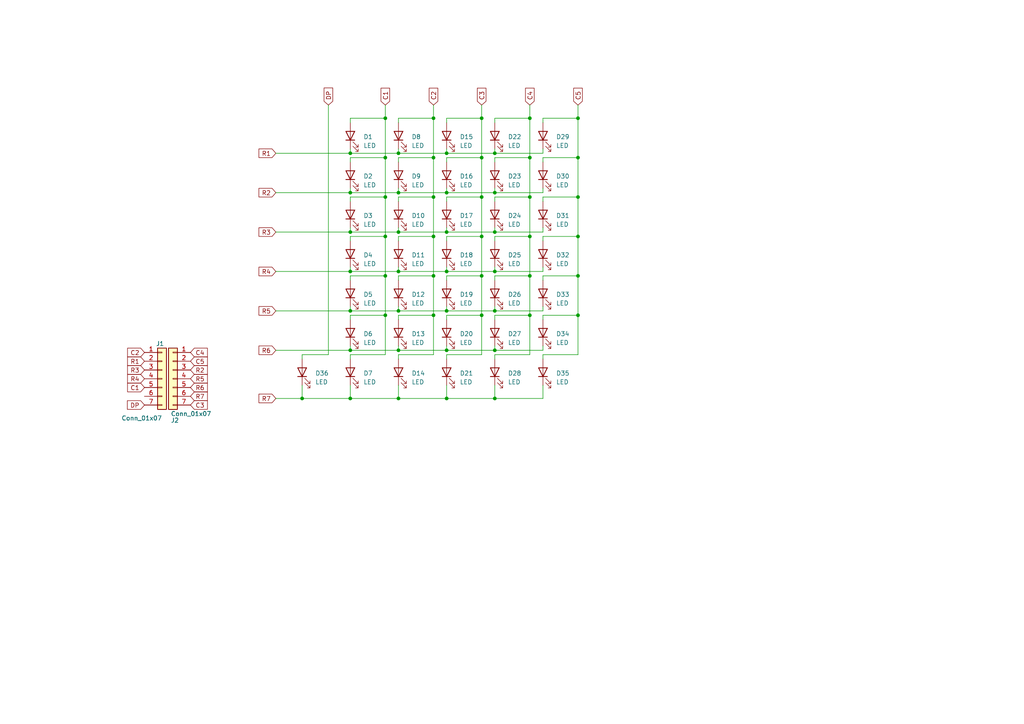
<source format=kicad_sch>
(kicad_sch (version 20230121) (generator eeschema)
  (paper "A4")
  (lib_symbols
    (symbol "Connector_Generic:Conn_01x07" (pin_names (offset 1.016) hide)
      (property "Reference" "J" (at 0 10.16 0))
      (property "Value" "Conn_01x07" (at 0 -10.16 0))
      (symbol "Conn_01x07_1_1"
        (rectangle (start -1.27 -7.493) (end 0 -7.747) (stroke (width 0.1524)))
        (rectangle (start -1.27 -4.953) (end 0 -5.207) (stroke (width 0.1524)))
        (rectangle (start -1.27 -2.413) (end 0 -2.667) (stroke (width 0.1524)))
        (rectangle (start -1.27 0.127) (end 0 -0.127) (stroke (width 0.1524)))
        (rectangle (start -1.27 2.667) (end 0 2.413) (stroke (width 0.1524)))
        (rectangle (start -1.27 5.207) (end 0 4.953) (stroke (width 0.1524)))
        (rectangle (start -1.27 7.747) (end 0 7.493) (stroke (width 0.1524)))
        (rectangle (start -1.27 8.89) (end 1.27 -8.89) (stroke (width 0.254)) (fill (type background)))
        (pin passive line (at -5.08 7.62 0) (length 3.81) (name "Pin_1") (number "1"))
        (pin passive line (at -5.08 5.08 0) (length 3.81) (name "Pin_2") (number "2"))
        (pin passive line (at -5.08 2.54 0) (length 3.81) (name "Pin_3") (number "3"))
        (pin passive line (at -5.08 0 0) (length 3.81) (name "Pin_4") (number "4"))
        (pin passive line (at -5.08 -2.54 0) (length 3.81) (name "Pin_5") (number "5"))
        (pin passive line (at -5.08 -5.08 0) (length 3.81) (name "Pin_6") (number "6"))
        (pin passive line (at -5.08 -7.62 0) (length 3.81) (name "Pin_7") (number "7"))
      )
    )
    (symbol "Device:LED" (pin_numbers hide) (pin_names (offset 1.016) hide)
      (property "Reference" "D" (at 0 2.54 0))
      (property "Value" "LED" (at 0 -2.54 0))
      (symbol "LED_0_1"
        (polyline (pts (xy -1.27 -1.27) (xy -1.27 1.27)) (stroke (width 0.254)))
        (polyline (pts (xy -1.27 0) (xy 1.27 0)))
        (polyline (pts (xy 1.27 -1.27) (xy 1.27 1.27) (xy -1.27 0) (xy 1.27 -1.27)) (stroke (width 0.254)))
        (polyline (pts (xy -3.048 -0.762) (xy -4.572 -2.286) (xy -3.81 -2.286) (xy -4.572 -2.286) (xy -4.572 -1.524)))
        (polyline (pts (xy -1.778 -0.762) (xy -3.302 -2.286) (xy -2.54 -2.286) (xy -3.302 -2.286) (xy -3.302 -1.524)))
      )
      (symbol "LED_1_1"
        (pin passive line (at -3.81 0 0) (length 2.54) (name "K") (number "1"))
        (pin passive line (at 3.81 0 180) (length 2.54) (name "A") (number "2"))
      )
    )
  )
  (junction (at 139.7 91.44))
  (junction (at 143.51 78.74))
  (junction (at 143.51 90.17))
  (junction (at 125.73 68.58))
  (junction (at 153.67 91.44))
  (junction (at 101.6 44.45))
  (junction (at 111.76 34.29))
  (junction (at 115.57 90.17))
  (junction (at 143.51 67.31))
  (junction (at 143.51 44.45))
  (junction (at 153.67 45.72))
  (junction (at 167.64 57.15))
  (junction (at 139.7 34.29))
  (junction (at 143.51 55.88))
  (junction (at 101.6 101.6))
  (junction (at 143.51 115.57))
  (junction (at 101.6 67.31))
  (junction (at 167.64 91.44))
  (junction (at 167.64 68.58))
  (junction (at 125.73 57.15))
  (junction (at 139.7 57.15))
  (junction (at 101.6 115.57))
  (junction (at 143.51 101.6))
  (junction (at 115.57 101.6))
  (junction (at 167.64 34.29))
  (junction (at 139.7 68.58))
  (junction (at 115.57 115.57))
  (junction (at 167.64 80.01))
  (junction (at 153.67 34.29))
  (junction (at 125.73 91.44))
  (junction (at 153.67 57.15))
  (junction (at 101.6 78.74))
  (junction (at 87.63 115.57))
  (junction (at 111.76 68.58))
  (junction (at 129.54 55.88))
  (junction (at 115.57 44.45))
  (junction (at 125.73 34.29))
  (junction (at 129.54 101.6))
  (junction (at 129.54 67.31))
  (junction (at 115.57 67.31))
  (junction (at 129.54 78.74))
  (junction (at 129.54 115.57))
  (junction (at 125.73 45.72))
  (junction (at 153.67 80.01))
  (junction (at 129.54 44.45))
  (junction (at 139.7 80.01))
  (junction (at 129.54 90.17))
  (junction (at 115.57 55.88))
  (junction (at 125.73 80.01))
  (junction (at 153.67 68.58))
  (junction (at 111.76 45.72))
  (junction (at 111.76 91.44))
  (junction (at 115.57 78.74))
  (junction (at 111.76 80.01))
  (junction (at 101.6 90.17))
  (junction (at 111.76 57.15))
  (junction (at 101.6 55.88))
  (junction (at 167.64 45.72))
  (junction (at 139.7 45.72))
  (wire (pts (xy 143.51 77.47) (xy 143.51 78.74)))
  (wire (pts (xy 101.6 69.85) (xy 101.6 68.58)))
  (wire (pts (xy 101.6 100.33) (xy 101.6 101.6)))
  (wire (pts (xy 129.54 101.6) (xy 143.51 101.6)))
  (wire (pts (xy 125.73 30.48) (xy 125.73 34.29)))
  (wire (pts (xy 125.73 34.29) (xy 125.73 45.72)))
  (wire (pts (xy 167.64 45.72) (xy 167.64 34.29)))
  (wire (pts (xy 101.6 77.47) (xy 101.6 78.74)))
  (wire (pts (xy 157.48 35.56) (xy 157.48 34.29)))
  (wire (pts (xy 111.76 45.72) (xy 111.76 57.15)))
  (wire (pts (xy 101.6 68.58) (xy 111.76 68.58)))
  (wire (pts (xy 101.6 44.45) (xy 115.57 44.45)))
  (wire (pts (xy 115.57 68.58) (xy 125.73 68.58)))
  (wire (pts (xy 129.54 54.61) (xy 129.54 55.88)))
  (wire (pts (xy 157.48 78.74) (xy 157.48 77.47)))
  (wire (pts (xy 115.57 102.87) (xy 115.57 104.14)))
  (wire (pts (xy 157.48 102.87) (xy 157.48 104.14)))
  (wire (pts (xy 139.7 30.48) (xy 139.7 34.29)))
  (wire (pts (xy 115.57 43.18) (xy 115.57 44.45)))
  (wire (pts (xy 115.57 88.9) (xy 115.57 90.17)))
  (wire (pts (xy 157.48 46.99) (xy 157.48 45.72)))
  (wire (pts (xy 101.6 34.29) (xy 111.76 34.29)))
  (wire (pts (xy 115.57 67.31) (xy 129.54 67.31)))
  (wire (pts (xy 101.6 115.57) (xy 115.57 115.57)))
  (wire (pts (xy 111.76 30.48) (xy 111.76 34.29)))
  (wire (pts (xy 101.6 43.18) (xy 101.6 44.45)))
  (wire (pts (xy 101.6 67.31) (xy 115.57 67.31)))
  (wire (pts (xy 139.7 68.58) (xy 139.7 80.01)))
  (wire (pts (xy 143.51 111.76) (xy 143.51 115.57)))
  (wire (pts (xy 157.48 58.42) (xy 157.48 57.15)))
  (wire (pts (xy 129.54 69.85) (xy 129.54 68.58)))
  (wire (pts (xy 143.51 115.57) (xy 157.48 115.57)))
  (wire (pts (xy 115.57 92.71) (xy 115.57 91.44)))
  (wire (pts (xy 143.51 78.74) (xy 157.48 78.74)))
  (wire (pts (xy 129.54 92.71) (xy 129.54 91.44)))
  (wire (pts (xy 101.6 102.87) (xy 101.6 104.14)))
  (wire (pts (xy 129.54 81.28) (xy 129.54 80.01)))
  (wire (pts (xy 125.73 91.44) (xy 125.73 102.87)))
  (wire (pts (xy 115.57 91.44) (xy 125.73 91.44)))
  (wire (pts (xy 87.63 115.57) (xy 87.63 111.76)))
  (wire (pts (xy 143.51 68.58) (xy 153.67 68.58)))
  (wire (pts (xy 129.54 43.18) (xy 129.54 44.45)))
  (wire (pts (xy 101.6 91.44) (xy 111.76 91.44)))
  (wire (pts (xy 157.48 101.6) (xy 157.48 100.33)))
  (wire (pts (xy 143.51 44.45) (xy 157.48 44.45)))
  (wire (pts (xy 115.57 57.15) (xy 125.73 57.15)))
  (wire (pts (xy 129.54 46.99) (xy 129.54 45.72)))
  (wire (pts (xy 129.54 80.01) (xy 139.7 80.01)))
  (wire (pts (xy 129.54 88.9) (xy 129.54 90.17)))
  (wire (pts (xy 129.54 67.31) (xy 143.51 67.31)))
  (wire (pts (xy 153.67 91.44) (xy 153.67 102.87)))
  (wire (pts (xy 101.6 35.56) (xy 101.6 34.29)))
  (wire (pts (xy 115.57 90.17) (xy 129.54 90.17)))
  (wire (pts (xy 129.54 102.87) (xy 129.54 104.14)))
  (wire (pts (xy 143.51 69.85) (xy 143.51 68.58)))
  (wire (pts (xy 143.51 45.72) (xy 153.67 45.72)))
  (wire (pts (xy 157.48 92.71) (xy 157.48 91.44)))
  (wire (pts (xy 111.76 102.87) (xy 101.6 102.87)))
  (wire (pts (xy 157.48 57.15) (xy 167.64 57.15)))
  (wire (pts (xy 143.51 43.18) (xy 143.51 44.45)))
  (wire (pts (xy 115.57 44.45) (xy 129.54 44.45)))
  (wire (pts (xy 129.54 115.57) (xy 143.51 115.57)))
  (wire (pts (xy 153.67 45.72) (xy 153.67 57.15)))
  (wire (pts (xy 125.73 80.01) (xy 125.73 91.44)))
  (wire (pts (xy 115.57 66.04) (xy 115.57 67.31)))
  (wire (pts (xy 153.67 80.01) (xy 153.67 91.44)))
  (wire (pts (xy 115.57 115.57) (xy 129.54 115.57)))
  (wire (pts (xy 115.57 80.01) (xy 125.73 80.01)))
  (wire (pts (xy 80.01 90.17) (xy 101.6 90.17)))
  (wire (pts (xy 143.51 101.6) (xy 157.48 101.6)))
  (wire (pts (xy 153.67 68.58) (xy 153.67 80.01)))
  (wire (pts (xy 129.54 55.88) (xy 143.51 55.88)))
  (wire (pts (xy 115.57 46.99) (xy 115.57 45.72)))
  (wire (pts (xy 167.64 68.58) (xy 167.64 57.15)))
  (wire (pts (xy 115.57 34.29) (xy 125.73 34.29)))
  (wire (pts (xy 115.57 69.85) (xy 115.57 68.58)))
  (wire (pts (xy 129.54 68.58) (xy 139.7 68.58)))
  (wire (pts (xy 143.51 91.44) (xy 153.67 91.44)))
  (wire (pts (xy 129.54 66.04) (xy 129.54 67.31)))
  (wire (pts (xy 153.67 30.48) (xy 153.67 34.29)))
  (wire (pts (xy 143.51 35.56) (xy 143.51 34.29)))
  (wire (pts (xy 143.51 100.33) (xy 143.51 101.6)))
  (wire (pts (xy 157.48 44.45) (xy 157.48 43.18)))
  (wire (pts (xy 87.63 115.57) (xy 101.6 115.57)))
  (wire (pts (xy 80.01 55.88) (xy 101.6 55.88)))
  (wire (pts (xy 157.48 90.17) (xy 157.48 88.9)))
  (wire (pts (xy 153.67 57.15) (xy 153.67 68.58)))
  (wire (pts (xy 111.76 80.01) (xy 111.76 91.44)))
  (wire (pts (xy 101.6 90.17) (xy 115.57 90.17)))
  (wire (pts (xy 139.7 57.15) (xy 139.7 68.58)))
  (wire (pts (xy 101.6 55.88) (xy 115.57 55.88)))
  (wire (pts (xy 115.57 55.88) (xy 129.54 55.88)))
  (wire (pts (xy 87.63 102.87) (xy 87.63 104.14)))
  (wire (pts (xy 101.6 58.42) (xy 101.6 57.15)))
  (wire (pts (xy 157.48 69.85) (xy 157.48 68.58)))
  (wire (pts (xy 101.6 88.9) (xy 101.6 90.17)))
  (wire (pts (xy 157.48 45.72) (xy 167.64 45.72)))
  (wire (pts (xy 115.57 35.56) (xy 115.57 34.29)))
  (wire (pts (xy 129.54 91.44) (xy 139.7 91.44)))
  (wire (pts (xy 101.6 54.61) (xy 101.6 55.88)))
  (wire (pts (xy 157.48 102.87) (xy 167.64 102.87)))
  (wire (pts (xy 157.48 81.28) (xy 157.48 80.01)))
  (wire (pts (xy 143.51 81.28) (xy 143.51 80.01)))
  (wire (pts (xy 153.67 34.29) (xy 153.67 45.72)))
  (wire (pts (xy 125.73 45.72) (xy 125.73 57.15)))
  (wire (pts (xy 80.01 78.74) (xy 101.6 78.74)))
  (wire (pts (xy 101.6 111.76) (xy 101.6 115.57)))
  (wire (pts (xy 101.6 92.71) (xy 101.6 91.44)))
  (wire (pts (xy 143.51 54.61) (xy 143.51 55.88)))
  (wire (pts (xy 115.57 77.47) (xy 115.57 78.74)))
  (wire (pts (xy 143.51 58.42) (xy 143.51 57.15)))
  (wire (pts (xy 101.6 57.15) (xy 111.76 57.15)))
  (wire (pts (xy 157.48 91.44) (xy 167.64 91.44)))
  (wire (pts (xy 139.7 34.29) (xy 139.7 45.72)))
  (wire (pts (xy 129.54 35.56) (xy 129.54 34.29)))
  (wire (pts (xy 115.57 54.61) (xy 115.57 55.88)))
  (wire (pts (xy 157.48 55.88) (xy 157.48 54.61)))
  (wire (pts (xy 125.73 68.58) (xy 125.73 80.01)))
  (wire (pts (xy 157.48 80.01) (xy 167.64 80.01)))
  (wire (pts (xy 153.67 102.87) (xy 143.51 102.87)))
  (wire (pts (xy 167.64 91.44) (xy 167.64 80.01)))
  (wire (pts (xy 80.01 101.6) (xy 101.6 101.6)))
  (wire (pts (xy 157.48 111.76) (xy 157.48 115.57)))
  (wire (pts (xy 167.64 34.29) (xy 167.64 30.48)))
  (wire (pts (xy 80.01 67.31) (xy 101.6 67.31)))
  (wire (pts (xy 115.57 111.76) (xy 115.57 115.57)))
  (wire (pts (xy 157.48 34.29) (xy 167.64 34.29)))
  (wire (pts (xy 101.6 46.99) (xy 101.6 45.72)))
  (wire (pts (xy 139.7 102.87) (xy 129.54 102.87)))
  (wire (pts (xy 115.57 58.42) (xy 115.57 57.15)))
  (wire (pts (xy 139.7 45.72) (xy 139.7 57.15)))
  (wire (pts (xy 80.01 44.45) (xy 101.6 44.45)))
  (wire (pts (xy 95.25 30.48) (xy 95.25 102.87)))
  (wire (pts (xy 143.51 66.04) (xy 143.51 67.31)))
  (wire (pts (xy 101.6 101.6) (xy 115.57 101.6)))
  (wire (pts (xy 139.7 80.01) (xy 139.7 91.44)))
  (wire (pts (xy 129.54 44.45) (xy 143.51 44.45)))
  (wire (pts (xy 143.51 90.17) (xy 157.48 90.17)))
  (wire (pts (xy 129.54 77.47) (xy 129.54 78.74)))
  (wire (pts (xy 125.73 102.87) (xy 115.57 102.87)))
  (wire (pts (xy 167.64 80.01) (xy 167.64 68.58)))
  (wire (pts (xy 143.51 34.29) (xy 153.67 34.29)))
  (wire (pts (xy 139.7 91.44) (xy 139.7 102.87)))
  (wire (pts (xy 101.6 66.04) (xy 101.6 67.31)))
  (wire (pts (xy 101.6 80.01) (xy 111.76 80.01)))
  (wire (pts (xy 129.54 45.72) (xy 139.7 45.72)))
  (wire (pts (xy 115.57 101.6) (xy 129.54 101.6)))
  (wire (pts (xy 143.51 57.15) (xy 153.67 57.15)))
  (wire (pts (xy 111.76 34.29) (xy 111.76 45.72)))
  (wire (pts (xy 115.57 81.28) (xy 115.57 80.01)))
  (wire (pts (xy 129.54 58.42) (xy 129.54 57.15)))
  (wire (pts (xy 101.6 78.74) (xy 115.57 78.74)))
  (wire (pts (xy 143.51 102.87) (xy 143.51 104.14)))
  (wire (pts (xy 167.64 57.15) (xy 167.64 45.72)))
  (wire (pts (xy 125.73 57.15) (xy 125.73 68.58)))
  (wire (pts (xy 111.76 68.58) (xy 111.76 80.01)))
  (wire (pts (xy 111.76 57.15) (xy 111.76 68.58)))
  (wire (pts (xy 115.57 45.72) (xy 125.73 45.72)))
  (wire (pts (xy 143.51 67.31) (xy 157.48 67.31)))
  (wire (pts (xy 167.64 102.87) (xy 167.64 91.44)))
  (wire (pts (xy 157.48 67.31) (xy 157.48 66.04)))
  (wire (pts (xy 129.54 111.76) (xy 129.54 115.57)))
  (wire (pts (xy 129.54 57.15) (xy 139.7 57.15)))
  (wire (pts (xy 129.54 90.17) (xy 143.51 90.17)))
  (wire (pts (xy 143.51 80.01) (xy 153.67 80.01)))
  (wire (pts (xy 129.54 34.29) (xy 139.7 34.29)))
  (wire (pts (xy 80.01 115.57) (xy 87.63 115.57)))
  (wire (pts (xy 157.48 68.58) (xy 167.64 68.58)))
  (wire (pts (xy 129.54 100.33) (xy 129.54 101.6)))
  (wire (pts (xy 143.51 88.9) (xy 143.51 90.17)))
  (wire (pts (xy 111.76 91.44) (xy 111.76 102.87)))
  (wire (pts (xy 143.51 55.88) (xy 157.48 55.88)))
  (wire (pts (xy 115.57 78.74) (xy 129.54 78.74)))
  (wire (pts (xy 115.57 100.33) (xy 115.57 101.6)))
  (wire (pts (xy 101.6 45.72) (xy 111.76 45.72)))
  (wire (pts (xy 95.25 102.87) (xy 87.63 102.87)))
  (wire (pts (xy 101.6 81.28) (xy 101.6 80.01)))
  (wire (pts (xy 143.51 46.99) (xy 143.51 45.72)))
  (wire (pts (xy 129.54 78.74) (xy 143.51 78.74)))
  (wire (pts (xy 143.51 92.71) (xy 143.51 91.44)))
  (global_label "R6" (shape input) (at 80.01 101.6 180) (property "Intersheetrefs" "${INTERSHEET_REFS}" (effects hide)))
  (global_label "R4" (shape input) (at 41.91 109.855 180) (property "Intersheetrefs" "${INTERSHEET_REFS}" (effects hide)))
  (global_label "R1" (shape input) (at 41.91 104.775 180) (property "Intersheetrefs" "${INTERSHEET_REFS}" (effects hide)))
  (global_label "DP" (shape input) (at 95.25 30.48 90) (property "Intersheetrefs" "${INTERSHEET_REFS}" (effects hide)))
  (global_label "C2" (shape input) (at 125.73 30.48 90) (property "Intersheetrefs" "${INTERSHEET_REFS}" (effects hide)))
  (global_label "C5" (shape input) (at 167.64 30.48 90) (property "Intersheetrefs" "${INTERSHEET_REFS}" (effects hide)))
  (global_label "R5" (shape input) (at 80.01 90.17 180) (property "Intersheetrefs" "${INTERSHEET_REFS}" (effects hide)))
  (global_label "R7" (shape input) (at 55.245 114.935 0) (property "Intersheetrefs" "${INTERSHEET_REFS}" (effects hide)))
  (global_label "C3" (shape input) (at 139.7 30.48 90) (property "Intersheetrefs" "${INTERSHEET_REFS}" (effects hide)))
  (global_label "C1" (shape input) (at 111.76 30.48 90) (property "Intersheetrefs" "${INTERSHEET_REFS}" (effects hide)))
  (global_label "C4" (shape input) (at 153.67 30.48 90) (property "Intersheetrefs" "${INTERSHEET_REFS}" (effects hide)))
  (global_label "R1" (shape input) (at 80.01 44.45 180) (property "Intersheetrefs" "${INTERSHEET_REFS}" (effects hide)))
  (global_label "R2" (shape input) (at 55.245 107.315 0) (property "Intersheetrefs" "${INTERSHEET_REFS}" (effects hide)))
  (global_label "R2" (shape input) (at 80.01 55.88 180) (property "Intersheetrefs" "${INTERSHEET_REFS}" (effects hide)))
  (global_label "R6" (shape input) (at 55.245 112.395 0) (property "Intersheetrefs" "${INTERSHEET_REFS}" (effects hide)))
  (global_label "R5" (shape input) (at 55.245 109.855 0) (property "Intersheetrefs" "${INTERSHEET_REFS}" (effects hide)))
  (global_label "C4" (shape input) (at 55.245 102.235 0) (property "Intersheetrefs" "${INTERSHEET_REFS}" (effects hide)))
  (global_label "R4" (shape input) (at 80.01 78.74 180) (property "Intersheetrefs" "${INTERSHEET_REFS}" (effects hide)))
  (global_label "C3" (shape input) (at 55.245 117.475 0) (property "Intersheetrefs" "${INTERSHEET_REFS}" (effects hide)))
  (global_label "C5" (shape input) (at 55.245 104.775 0) (property "Intersheetrefs" "${INTERSHEET_REFS}" (effects hide)))
  (global_label "DP" (shape input) (at 41.91 117.475 180) (property "Intersheetrefs" "${INTERSHEET_REFS}" (effects hide)))
  (global_label "R7" (shape input) (at 80.01 115.57 180) (property "Intersheetrefs" "${INTERSHEET_REFS}" (effects hide)))
  (global_label "R3" (shape input) (at 41.91 107.315 180) (property "Intersheetrefs" "${INTERSHEET_REFS}" (effects hide)))
  (global_label "C2" (shape input) (at 41.91 102.235 180) (property "Intersheetrefs" "${INTERSHEET_REFS}" (effects hide)))
  (global_label "R3" (shape input) (at 80.01 67.31 180) (property "Intersheetrefs" "${INTERSHEET_REFS}" (effects hide)))
  (global_label "C1" (shape input) (at 41.91 112.395 180) (property "Intersheetrefs" "${INTERSHEET_REFS}" (effects hide)))
  (symbol (lib_id "Device:LED") (at 157.48 73.66 90) (unit 1)
    (property "Reference" "D32" (at 161.29 73.9775 90) (effects (justify right)))
    (property "Value" "LED" (at 161.29 76.5175 90) (effects (justify right)))
    (property "Footprint" "LED_SMD:LED_0402_1005Metric" (effects hide))
  )
  (symbol (lib_id "Device:LED") (at 129.54 85.09 90) (unit 1)
    (property "Reference" "D19" (at 133.35 85.4075 90) (effects (justify right)))
    (property "Value" "LED" (at 133.35 87.9475 90) (effects (justify right)))
    (property "Footprint" "LED_SMD:LED_0402_1005Metric" (effects hide))
  )
  (symbol (lib_id "Device:LED") (at 143.51 107.95 90) (unit 1)
    (property "Reference" "D28" (at 147.32 108.2675 90) (effects (justify right)))
    (property "Value" "LED" (at 147.32 110.8075 90) (effects (justify right)))
    (property "Footprint" "LED_SMD:LED_0402_1005Metric" (effects hide))
  )
  (symbol (lib_id "Device:LED") (at 87.63 107.95 90) (unit 1)
    (property "Reference" "D36" (at 91.44 108.2675 90) (effects (justify right)))
    (property "Value" "LED" (at 91.44 110.8075 90) (effects (justify right)))
    (property "Footprint" "LED_SMD:LED_0402_1005Metric" (effects hide))
  )
  (symbol (lib_id "Device:LED") (at 157.48 96.52 90) (unit 1)
    (property "Reference" "D34" (at 161.29 96.8375 90) (effects (justify right)))
    (property "Value" "LED" (at 161.29 99.3775 90) (effects (justify right)))
    (property "Footprint" "LED_SMD:LED_0402_1005Metric" (effects hide))
  )
  (symbol (lib_id "Device:LED") (at 143.51 39.37 90) (unit 1)
    (property "Reference" "D22" (at 147.32 39.6875 90) (effects (justify right)))
    (property "Value" "LED" (at 147.32 42.2275 90) (effects (justify right)))
    (property "Footprint" "LED_SMD:LED_0402_1005Metric" (effects hide))
  )
  (symbol (lib_id "Device:LED") (at 143.51 85.09 90) (unit 1)
    (property "Reference" "D26" (at 147.32 85.4075 90) (effects (justify right)))
    (property "Value" "LED" (at 147.32 87.9475 90) (effects (justify right)))
    (property "Footprint" "LED_SMD:LED_0402_1005Metric" (effects hide))
  )
  (symbol (lib_id "Device:LED") (at 129.54 39.37 90) (unit 1)
    (property "Reference" "D15" (at 133.35 39.6875 90) (effects (justify right)))
    (property "Value" "LED" (at 133.35 42.2275 90) (effects (justify right)))
    (property "Footprint" "LED_SMD:LED_0402_1005Metric" (effects hide))
  )
  (symbol (lib_id "Device:LED") (at 115.57 85.09 90) (unit 1)
    (property "Reference" "D12" (at 119.38 85.4075 90) (effects (justify right)))
    (property "Value" "LED" (at 119.38 87.9475 90) (effects (justify right)))
    (property "Footprint" "LED_SMD:LED_0402_1005Metric" (effects hide))
  )
  (symbol (lib_id "Device:LED") (at 101.6 85.09 90) (unit 1)
    (property "Reference" "D5" (at 105.41 85.4075 90) (effects (justify right)))
    (property "Value" "LED" (at 105.41 87.9475 90) (effects (justify right)))
    (property "Footprint" "LED_SMD:LED_0402_1005Metric" (effects hide))
  )
  (symbol (lib_id "Device:LED") (at 101.6 50.8 90) (unit 1)
    (property "Reference" "D2" (at 105.41 51.1175 90) (effects (justify right)))
    (property "Value" "LED" (at 105.41 53.6575 90) (effects (justify right)))
    (property "Footprint" "LED_SMD:LED_0402_1005Metric" (effects hide))
  )
  (symbol (lib_id "Device:LED") (at 101.6 62.23 90) (unit 1)
    (property "Reference" "D3" (at 105.41 62.5475 90) (effects (justify right)))
    (property "Value" "LED" (at 105.41 65.0875 90) (effects (justify right)))
    (property "Footprint" "LED_SMD:LED_0402_1005Metric" (effects hide))
  )
  (symbol (lib_id "Device:LED") (at 115.57 96.52 90) (unit 1)
    (property "Reference" "D13" (at 119.38 96.8375 90) (effects (justify right)))
    (property "Value" "LED" (at 119.38 99.3775 90) (effects (justify right)))
    (property "Footprint" "LED_SMD:LED_0402_1005Metric" (effects hide))
  )
  (symbol (lib_id "Device:LED") (at 129.54 73.66 90) (unit 1)
    (property "Reference" "D18" (at 133.35 73.9775 90) (effects (justify right)))
    (property "Value" "LED" (at 133.35 76.5175 90) (effects (justify right)))
    (property "Footprint" "LED_SMD:LED_0402_1005Metric" (effects hide))
  )
  (symbol (lib_id "Device:LED") (at 157.48 107.95 90) (unit 1)
    (property "Reference" "D35" (at 161.29 108.2675 90) (effects (justify right)))
    (property "Value" "LED" (at 161.29 110.8075 90) (effects (justify right)))
    (property "Footprint" "LED_SMD:LED_0402_1005Metric" (effects hide))
  )
  (symbol (lib_id "Device:LED") (at 101.6 39.37 90) (unit 1)
    (property "Reference" "D1" (at 105.41 39.6875 90) (effects (justify right)))
    (property "Value" "LED" (at 105.41 42.2275 90) (effects (justify right)))
    (property "Footprint" "LED_SMD:LED_0402_1005Metric" (effects hide))
  )
  (symbol (lib_id "Device:LED") (at 143.51 96.52 90) (unit 1)
    (property "Reference" "D27" (at 147.32 96.8375 90) (effects (justify right)))
    (property "Value" "LED" (at 147.32 99.3775 90) (effects (justify right)))
    (property "Footprint" "LED_SMD:LED_0402_1005Metric" (effects hide))
  )
  (symbol (lib_id "Device:LED") (at 143.51 62.23 90) (unit 1)
    (property "Reference" "D24" (at 147.32 62.5475 90) (effects (justify right)))
    (property "Value" "LED" (at 147.32 65.0875 90) (effects (justify right)))
    (property "Footprint" "LED_SMD:LED_0402_1005Metric" (effects hide))
  )
  (symbol (lib_id "Device:LED") (at 157.48 39.37 90) (unit 1)
    (property "Reference" "D29" (at 161.29 39.6875 90) (effects (justify right)))
    (property "Value" "LED" (at 161.29 42.2275 90) (effects (justify right)))
    (property "Footprint" "LED_SMD:LED_0402_1005Metric" (effects hide))
  )
  (symbol (lib_id "Device:LED") (at 101.6 107.95 90) (unit 1)
    (property "Reference" "D7" (at 105.41 108.2675 90) (effects (justify right)))
    (property "Value" "LED" (at 105.41 110.8075 90) (effects (justify right)))
    (property "Footprint" "LED_SMD:LED_0402_1005Metric" (effects hide))
  )
  (symbol (lib_id "Device:LED") (at 115.57 50.8 90) (unit 1)
    (property "Reference" "D9" (at 119.38 51.1175 90) (effects (justify right)))
    (property "Value" "LED" (at 119.38 53.6575 90) (effects (justify right)))
    (property "Footprint" "LED_SMD:LED_0402_1005Metric" (effects hide))
  )
  (symbol (lib_id "Device:LED") (at 157.48 62.23 90) (unit 1)
    (property "Reference" "D31" (at 161.29 62.5475 90) (effects (justify right)))
    (property "Value" "LED" (at 161.29 65.0875 90) (effects (justify right)))
    (property "Footprint" "LED_SMD:LED_0402_1005Metric" (effects hide))
  )
  (symbol (lib_id "Connector_Generic:Conn_01x07") (at 50.165 109.855 0) (mirror y) (unit 1)
    (property "Reference" "J1" (at 47.625 99.695 0) (effects (justify left)))
    (property "Value" "Conn_01x07" (at 46.99 121.285 0) (effects (justify left)))
    (property "Footprint" "Connector_PinHeader_2.54mm:PinHeader_1x07_P2.54mm_Vertical" (effects hide))
  )
  (symbol (lib_id "Device:LED") (at 115.57 107.95 90) (unit 1)
    (property "Reference" "D14" (at 119.38 108.2675 90) (effects (justify right)))
    (property "Value" "LED" (at 119.38 110.8075 90) (effects (justify right)))
    (property "Footprint" "LED_SMD:LED_0402_1005Metric" (effects hide))
  )
  (symbol (lib_id "Device:LED") (at 157.48 50.8 90) (unit 1)
    (property "Reference" "D30" (at 161.29 51.1175 90) (effects (justify right)))
    (property "Value" "LED" (at 161.29 53.6575 90) (effects (justify right)))
    (property "Footprint" "LED_SMD:LED_0402_1005Metric" (effects hide))
  )
  (symbol (lib_id "Device:LED") (at 157.48 85.09 90) (unit 1)
    (property "Reference" "D33" (at 161.29 85.4075 90) (effects (justify right)))
    (property "Value" "LED" (at 161.29 87.9475 90) (effects (justify right)))
    (property "Footprint" "LED_SMD:LED_0402_1005Metric" (effects hide))
  )
  (symbol (lib_id "Connector_Generic:Conn_01x07") (at 46.99 109.855 0) (unit 1)
    (property "Reference" "J2" (at 49.53 121.92 0) (effects (justify left)))
    (property "Value" "Conn_01x07" (at 49.53 120.015 0) (effects (justify left)))
    (property "Footprint" "Connector_PinHeader_2.54mm:PinHeader_1x07_P2.54mm_Vertical" (effects hide))
  )
  (symbol (lib_id "Device:LED") (at 143.51 50.8 90) (unit 1)
    (property "Reference" "D23" (at 147.32 51.1175 90) (effects (justify right)))
    (property "Value" "LED" (at 147.32 53.6575 90) (effects (justify right)))
    (property "Footprint" "LED_SMD:LED_0402_1005Metric" (effects hide))
  )
  (symbol (lib_id "Device:LED") (at 129.54 96.52 90) (unit 1)
    (property "Reference" "D20" (at 133.35 96.8375 90) (effects (justify right)))
    (property "Value" "LED" (at 133.35 99.3775 90) (effects (justify right)))
    (property "Footprint" "LED_SMD:LED_0402_1005Metric" (effects hide))
  )
  (symbol (lib_id "Device:LED") (at 129.54 107.95 90) (unit 1)
    (property "Reference" "D21" (at 133.35 108.2675 90) (effects (justify right)))
    (property "Value" "LED" (at 133.35 110.8075 90) (effects (justify right)))
    (property "Footprint" "LED_SMD:LED_0402_1005Metric" (effects hide))
  )
  (symbol (lib_id "Device:LED") (at 115.57 62.23 90) (unit 1)
    (property "Reference" "D10" (at 119.38 62.5475 90) (effects (justify right)))
    (property "Value" "LED" (at 119.38 65.0875 90) (effects (justify right)))
    (property "Footprint" "LED_SMD:LED_0402_1005Metric" (effects hide))
  )
  (symbol (lib_id "Device:LED") (at 129.54 62.23 90) (unit 1)
    (property "Reference" "D17" (at 133.35 62.5475 90) (effects (justify right)))
    (property "Value" "LED" (at 133.35 65.0875 90) (effects (justify right)))
    (property "Footprint" "LED_SMD:LED_0402_1005Metric" (effects hide))
  )
  (symbol (lib_id "Device:LED") (at 101.6 96.52 90) (unit 1)
    (property "Reference" "D6" (at 105.41 96.8375 90) (effects (justify right)))
    (property "Value" "LED" (at 105.41 99.3775 90) (effects (justify right)))
    (property "Footprint" "LED_SMD:LED_0402_1005Metric" (effects hide))
  )
  (symbol (lib_id "Device:LED") (at 115.57 39.37 90) (unit 1)
    (property "Reference" "D8" (at 119.38 39.6875 90) (effects (justify right)))
    (property "Value" "LED" (at 119.38 42.2275 90) (effects (justify right)))
    (property "Footprint" "LED_SMD:LED_0402_1005Metric" (effects hide))
  )
  (symbol (lib_id "Device:LED") (at 129.54 50.8 90) (unit 1)
    (property "Reference" "D16" (at 133.35 51.1175 90) (effects (justify right)))
    (property "Value" "LED" (at 133.35 53.6575 90) (effects (justify right)))
    (property "Footprint" "LED_SMD:LED_0402_1005Metric" (effects hide))
  )
  (symbol (lib_id "Device:LED") (at 101.6 73.66 90) (unit 1)
    (property "Reference" "D4" (at 105.41 73.9775 90) (effects (justify right)))
    (property "Value" "LED" (at 105.41 76.5175 90) (effects (justify right)))
    (property "Footprint" "LED_SMD:LED_0402_1005Metric" (effects hide))
  )
  (symbol (lib_id "Device:LED") (at 115.57 73.66 90) (unit 1)
    (property "Reference" "D11" (at 119.38 73.9775 90) (effects (justify right)))
    (property "Value" "LED" (at 119.38 76.5175 90) (effects (justify right)))
    (property "Footprint" "LED_SMD:LED_0402_1005Metric" (effects hide))
  )
  (symbol (lib_id "Device:LED") (at 143.51 73.66 90) (unit 1)
    (property "Reference" "D25" (at 147.32 73.9775 90) (effects (justify right)))
    (property "Value" "LED" (at 147.32 76.5175 90) (effects (justify right)))
    (property "Footprint" "LED_SMD:LED_0402_1005Metric" (effects hide))
  )
)
</source>
